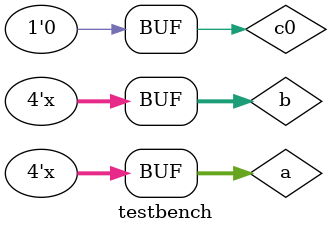
<source format=v>
`timescale 1ns / 1ps


module testbench();
   reg [3:0] a, b;
   reg c0;
   wire [3:0] s;
   wire c4;
  
   adder4 DUT(
   .a(a),
   .b(b),
   .c0(c0),
   .s(s),
   .c4(c4)
   );
   
   initial begin
    a = 4'b0000;
    b = 4'b0000;
    c0 = 1'b0;
   end
   
   always begin
        a = a+1;
        b = b-1;
        #25
        $display("a = %b, b = %b, s = %b, c4 = %b", a, b, s, c4);
   end
endmodule

</source>
